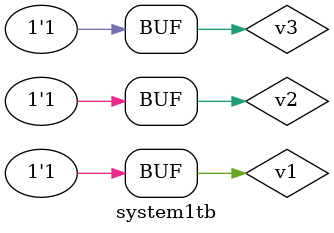
<source format=v>
`timescale 1ns / 1ps


module system1tb;

	// Inputs
	reg v1;
	reg v2;
	reg v3;

	// Outputs
	wire out;

	// Instantiate the Unit Under Test (UUT)
	system1 uut (
		.v1(v1), 
		.v2(v2), 
		.v3(v3), 
		.out(out)
	);

	initial begin
		// Initialize Inputs
		v1 = 0;
		v2 = 0;
		v3 = 0;

		// Wait 100 ns for global reset to finish
		#100;
        
		// Add stimulus here
		
		v1=1;
		v2=0;
		v3=0;
		#10
		
		v1=0;
		v2=1;
		v3=0;
		#10
		
		v1=1;
		v2=1;
		v3=0;
		#10
		
		v1=0;
		v2=0;
		v3=1;
		#10
		
		v1=1;
		v2=0;
		v3=1;
		#10
		
		v1=0;
		v2=1;
		v3=1;
		#10
		
		v1=1;
		v2=1;
		v3=1;
	

	end
      
endmodule


</source>
